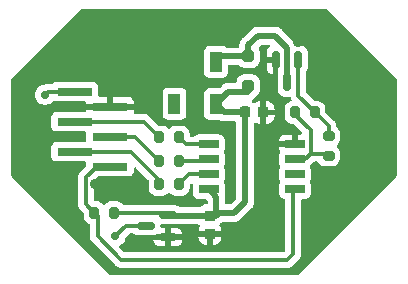
<source format=gbr>
%TF.GenerationSoftware,KiCad,Pcbnew,(7.0.0-0)*%
%TF.CreationDate,2023-10-06T17:45:21+02:00*%
%TF.ProjectId,annoying_little_shit,616e6e6f-7969-46e6-975f-6c6974746c65,rev?*%
%TF.SameCoordinates,Original*%
%TF.FileFunction,Copper,L1,Top*%
%TF.FilePolarity,Positive*%
%FSLAX46Y46*%
G04 Gerber Fmt 4.6, Leading zero omitted, Abs format (unit mm)*
G04 Created by KiCad (PCBNEW (7.0.0-0)) date 2023-10-06 17:45:21*
%MOMM*%
%LPD*%
G01*
G04 APERTURE LIST*
G04 Aperture macros list*
%AMRoundRect*
0 Rectangle with rounded corners*
0 $1 Rounding radius*
0 $2 $3 $4 $5 $6 $7 $8 $9 X,Y pos of 4 corners*
0 Add a 4 corners polygon primitive as box body*
4,1,4,$2,$3,$4,$5,$6,$7,$8,$9,$2,$3,0*
0 Add four circle primitives for the rounded corners*
1,1,$1+$1,$2,$3*
1,1,$1+$1,$4,$5*
1,1,$1+$1,$6,$7*
1,1,$1+$1,$8,$9*
0 Add four rect primitives between the rounded corners*
20,1,$1+$1,$2,$3,$4,$5,0*
20,1,$1+$1,$4,$5,$6,$7,0*
20,1,$1+$1,$6,$7,$8,$9,0*
20,1,$1+$1,$8,$9,$2,$3,0*%
G04 Aperture macros list end*
%TA.AperFunction,SMDPad,CuDef*%
%ADD10RoundRect,0.200000X-0.200000X-0.275000X0.200000X-0.275000X0.200000X0.275000X-0.200000X0.275000X0*%
%TD*%
%TA.AperFunction,SMDPad,CuDef*%
%ADD11RoundRect,0.200000X0.275000X-0.200000X0.275000X0.200000X-0.275000X0.200000X-0.275000X-0.200000X0*%
%TD*%
%TA.AperFunction,SMDPad,CuDef*%
%ADD12RoundRect,0.225000X-0.225000X-0.250000X0.225000X-0.250000X0.225000X0.250000X-0.225000X0.250000X0*%
%TD*%
%TA.AperFunction,SMDPad,CuDef*%
%ADD13R,1.700000X0.650000*%
%TD*%
%TA.AperFunction,SMDPad,CuDef*%
%ADD14R,1.000000X1.700000*%
%TD*%
%TA.AperFunction,SMDPad,CuDef*%
%ADD15R,3.000000X0.650000*%
%TD*%
%TA.AperFunction,SMDPad,CuDef*%
%ADD16RoundRect,0.150000X0.587500X0.150000X-0.587500X0.150000X-0.587500X-0.150000X0.587500X-0.150000X0*%
%TD*%
%TA.AperFunction,SMDPad,CuDef*%
%ADD17RoundRect,0.150000X-0.150000X0.587500X-0.150000X-0.587500X0.150000X-0.587500X0.150000X0.587500X0*%
%TD*%
%TA.AperFunction,SMDPad,CuDef*%
%ADD18RoundRect,0.250000X0.250000X-0.250000X0.250000X0.250000X-0.250000X0.250000X-0.250000X-0.250000X0*%
%TD*%
%TA.AperFunction,SMDPad,CuDef*%
%ADD19RoundRect,0.225000X-0.250000X0.225000X-0.250000X-0.225000X0.250000X-0.225000X0.250000X0.225000X0*%
%TD*%
%TA.AperFunction,ViaPad*%
%ADD20C,0.700000*%
%TD*%
%TA.AperFunction,ViaPad*%
%ADD21C,0.900000*%
%TD*%
%TA.AperFunction,Conductor*%
%ADD22C,0.300000*%
%TD*%
%TA.AperFunction,Conductor*%
%ADD23C,0.500000*%
%TD*%
G04 APERTURE END LIST*
D10*
%TO.P,R6,1*%
%TO.N,Net-(U1-PB4)*%
X138725000Y-60500000D03*
%TO.P,R6,2*%
%TO.N,Net-(Q2-B)*%
X140375000Y-60500000D03*
%TD*%
D11*
%TO.P,R5,1*%
%TO.N,Net-(U1-PB4)*%
X141550000Y-64150000D03*
%TO.P,R5,2*%
%TO.N,Net-(Q2-B)*%
X141550000Y-62500000D03*
%TD*%
D12*
%TO.P,C2,1*%
%TO.N,+3V0*%
X134475000Y-60500000D03*
%TO.P,C2,2*%
%TO.N,GND*%
X136025000Y-60500000D03*
%TD*%
D13*
%TO.P,U1,1,~{RESET}/PB5*%
%TO.N,Net-(J1-Pin_6)*%
X138699999Y-66999999D03*
%TO.P,U1,2,PB3*%
%TO.N,unconnected-(U1-PB3-Pad2)*%
X138699999Y-65729999D03*
%TO.P,U1,3,PB4*%
%TO.N,Net-(U1-PB4)*%
X138699999Y-64459999D03*
%TO.P,U1,4,GND*%
%TO.N,GND*%
X138699999Y-63189999D03*
%TO.P,U1,5,PB0/MOSI*%
%TO.N,Net-(U1-PB0{slash}MOSI)*%
X131399999Y-63189999D03*
%TO.P,U1,6,PB1/MISO*%
%TO.N,Net-(U1-PB1{slash}MISO)*%
X131399999Y-64459999D03*
%TO.P,U1,7,PB2/SCK*%
%TO.N,Net-(U1-PB2{slash}SCK)*%
X131399999Y-65729999D03*
%TO.P,U1,8,VCC*%
%TO.N,+3V0*%
X131399999Y-66999999D03*
%TD*%
D10*
%TO.P,R1,1*%
%TO.N,Net-(J1-Pin_3)*%
X127225000Y-62595000D03*
%TO.P,R1,2*%
%TO.N,Net-(U1-PB0{slash}MOSI)*%
X128875000Y-62595000D03*
%TD*%
D14*
%TO.P,BZ1,1,N.C*%
%TO.N,unconnected-(BZ1-N.C-Pad1)*%
X128499999Y-59749999D03*
%TO.P,BZ1,2,+*%
%TO.N,+3V0*%
X131999999Y-59799999D03*
%TO.P,BZ1,3,-*%
%TO.N,Net-(BZ1--)*%
X131999999Y-56199999D03*
%TD*%
D15*
%TO.P,J1,1,Pin_1*%
%TO.N,Net-(BT1-+)*%
X120049999Y-58729999D03*
%TO.P,J1,2,Pin_2*%
%TO.N,GND*%
X123049999Y-59999999D03*
%TO.P,J1,3,Pin_3*%
%TO.N,Net-(J1-Pin_3)*%
X120049999Y-61269999D03*
%TO.P,J1,4,Pin_4*%
%TO.N,Net-(J1-Pin_4)*%
X123049999Y-62539999D03*
%TO.P,J1,5,Pin_5*%
%TO.N,Net-(J1-Pin_5)*%
X120049999Y-63809999D03*
%TO.P,J1,6,Pin_6*%
%TO.N,Net-(J1-Pin_6)*%
X123049999Y-65079999D03*
%TD*%
D10*
%TO.P,R4,1*%
%TO.N,Net-(J1-Pin_6)*%
X121725000Y-69000000D03*
%TO.P,R4,2*%
%TO.N,+3V0*%
X123375000Y-69000000D03*
%TD*%
D16*
%TO.P,Q1,1,G*%
%TO.N,GND*%
X127937500Y-71045000D03*
%TO.P,Q1,2,S*%
%TO.N,+3V0*%
X127937500Y-69145000D03*
%TO.P,Q1,3,D*%
%TO.N,Net-(BT1-+)*%
X126062500Y-70095000D03*
%TD*%
D17*
%TO.P,Q2,1,B*%
%TO.N,Net-(Q2-B)*%
X139000000Y-56062500D03*
%TO.P,Q2,2,E*%
%TO.N,GND*%
X137100000Y-56062500D03*
%TO.P,Q2,3,C*%
%TO.N,Net-(BZ1--)*%
X138050000Y-57937500D03*
%TD*%
D10*
%TO.P,R3,1*%
%TO.N,Net-(J1-Pin_5)*%
X127225000Y-66595000D03*
%TO.P,R3,2*%
%TO.N,Net-(U1-PB2{slash}SCK)*%
X128875000Y-66595000D03*
%TD*%
D18*
%TO.P,D1,1,K*%
%TO.N,+3V0*%
X134750000Y-58250000D03*
%TO.P,D1,2,A*%
%TO.N,Net-(BZ1--)*%
X134750000Y-55750000D03*
%TD*%
D19*
%TO.P,C1,1*%
%TO.N,+3V0*%
X131500000Y-69225000D03*
%TO.P,C1,2*%
%TO.N,GND*%
X131500000Y-70775000D03*
%TD*%
D10*
%TO.P,R2,1*%
%TO.N,Net-(J1-Pin_4)*%
X127225000Y-64605000D03*
%TO.P,R2,2*%
%TO.N,Net-(U1-PB1{slash}MISO)*%
X128875000Y-64605000D03*
%TD*%
D20*
%TO.N,Net-(BT1-+)*%
X123500000Y-71000000D03*
X117550000Y-59000000D03*
D21*
%TO.N,GND*%
X139000000Y-54500000D03*
X123000000Y-54500000D03*
X135500000Y-71500000D03*
X140500000Y-66500000D03*
X133500000Y-52500000D03*
X128000000Y-52500000D03*
X126000000Y-71500000D03*
X121799500Y-66565332D03*
%TD*%
D22*
%TO.N,Net-(BT1-+)*%
X117820000Y-58730000D02*
X120550000Y-58730000D01*
X123500000Y-71000000D02*
X124405000Y-70095000D01*
X124405000Y-70095000D02*
X126612500Y-70095000D01*
X117820000Y-58730000D02*
X117550000Y-59000000D01*
%TO.N,Net-(J1-Pin_3)*%
X125900000Y-61270000D02*
X120050000Y-61270000D01*
X127225000Y-62595000D02*
X125900000Y-61270000D01*
%TO.N,Net-(U1-PB0{slash}MOSI)*%
X129470000Y-63190000D02*
X131400000Y-63190000D01*
X128875000Y-62595000D02*
X129470000Y-63190000D01*
%TO.N,Net-(J1-Pin_4)*%
X127225000Y-64605000D02*
X125160000Y-62540000D01*
X125160000Y-62540000D02*
X123050000Y-62540000D01*
%TO.N,Net-(U1-PB1{slash}MISO)*%
X128875000Y-64605000D02*
X131255000Y-64605000D01*
X131255000Y-64605000D02*
X131400000Y-64460000D01*
%TO.N,Net-(J1-Pin_5)*%
X124805000Y-63810000D02*
X127225000Y-66230000D01*
X127225000Y-66230000D02*
X127225000Y-66595000D01*
X120550000Y-63810000D02*
X124805000Y-63810000D01*
%TO.N,Net-(U1-PB2{slash}SCK)*%
X129740000Y-65730000D02*
X131400000Y-65730000D01*
X128875000Y-66595000D02*
X129740000Y-65730000D01*
%TO.N,Net-(U1-PB4)*%
X140050000Y-64000000D02*
X141400000Y-64000000D01*
X139590000Y-64460000D02*
X138700000Y-64460000D01*
X141400000Y-64000000D02*
X141550000Y-64150000D01*
X140050000Y-64000000D02*
X139590000Y-64460000D01*
X138725000Y-60500000D02*
X138725000Y-60675000D01*
X140050000Y-62000000D02*
X140050000Y-64000000D01*
X138725000Y-60675000D02*
X140050000Y-62000000D01*
D23*
%TO.N,Net-(BZ1--)*%
X137050000Y-54000000D02*
X138050000Y-55000000D01*
X135550000Y-54000000D02*
X137050000Y-54000000D01*
X134750000Y-54800000D02*
X135550000Y-54000000D01*
X132450000Y-55750000D02*
X134750000Y-55750000D01*
X134750000Y-55750000D02*
X134750000Y-54800000D01*
X132000000Y-56200000D02*
X132450000Y-55750000D01*
X138050000Y-55000000D02*
X138050000Y-57937500D01*
D22*
%TO.N,Net-(J1-Pin_6)*%
X122000000Y-69275000D02*
X122000000Y-71000000D01*
X124000000Y-73000000D02*
X138050000Y-73000000D01*
X138550000Y-72500000D02*
X138550000Y-67150000D01*
X123050000Y-65080000D02*
X121920000Y-65080000D01*
X121000000Y-66000000D02*
X121000000Y-68275000D01*
X138550000Y-67150000D02*
X138700000Y-67000000D01*
X122000000Y-71000000D02*
X124000000Y-73000000D01*
X121725000Y-69000000D02*
X122000000Y-69275000D01*
X138050000Y-73000000D02*
X138550000Y-72500000D01*
X121920000Y-65080000D02*
X121000000Y-66000000D01*
X121000000Y-68275000D02*
X121725000Y-69000000D01*
D23*
%TO.N,+3V0*%
X133050000Y-58750000D02*
X134750000Y-58750000D01*
X132275000Y-69000000D02*
X132050000Y-69225000D01*
X134475000Y-68075000D02*
X133550000Y-69000000D01*
X132700000Y-60500000D02*
X132000000Y-59800000D01*
X134475000Y-60500000D02*
X134475000Y-68075000D01*
X132050000Y-69225000D02*
X128567500Y-69225000D01*
D22*
X123375000Y-69000000D02*
X128342500Y-69000000D01*
D23*
X133550000Y-69000000D02*
X132275000Y-69000000D01*
D22*
X128342500Y-69000000D02*
X128487500Y-69145000D01*
D23*
X132050000Y-69225000D02*
X132050000Y-67650000D01*
X128567500Y-69225000D02*
X128487500Y-69145000D01*
X134475000Y-60500000D02*
X132700000Y-60500000D01*
X132050000Y-67650000D02*
X131400000Y-67000000D01*
X132000000Y-59800000D02*
X133050000Y-58750000D01*
D22*
%TO.N,Net-(Q2-B)*%
X140375000Y-60500000D02*
X139000000Y-59125000D01*
X141550000Y-62500000D02*
X141550000Y-61675000D01*
X139000000Y-59125000D02*
X139000000Y-56062500D01*
X141550000Y-61675000D02*
X140375000Y-60500000D01*
%TD*%
%TA.AperFunction,Conductor*%
%TO.N,GND*%
G36*
X125212817Y-65156876D02*
G01*
X125262180Y-65187126D01*
X126288181Y-66213126D01*
X126315061Y-66253354D01*
X126324500Y-66300807D01*
X126324500Y-66926616D01*
X126330914Y-66997196D01*
X126332862Y-67003448D01*
X126332864Y-67003457D01*
X126372452Y-67130500D01*
X126381522Y-67159606D01*
X126469528Y-67305185D01*
X126589815Y-67425472D01*
X126735394Y-67513478D01*
X126854859Y-67550704D01*
X126891542Y-67562135D01*
X126891544Y-67562135D01*
X126897804Y-67564086D01*
X126968384Y-67570500D01*
X127478797Y-67570500D01*
X127481616Y-67570500D01*
X127552196Y-67564086D01*
X127714606Y-67513478D01*
X127860185Y-67425472D01*
X127962319Y-67323338D01*
X128017906Y-67291244D01*
X128082094Y-67291244D01*
X128137681Y-67323338D01*
X128239815Y-67425472D01*
X128385394Y-67513478D01*
X128504859Y-67550704D01*
X128541542Y-67562135D01*
X128541544Y-67562135D01*
X128547804Y-67564086D01*
X128618384Y-67570500D01*
X129128797Y-67570500D01*
X129131616Y-67570500D01*
X129202196Y-67564086D01*
X129364606Y-67513478D01*
X129510185Y-67425472D01*
X129630472Y-67305185D01*
X129718478Y-67159606D01*
X129769086Y-66997196D01*
X129775500Y-66926616D01*
X129775500Y-66665807D01*
X129784938Y-66618355D01*
X129811814Y-66578130D01*
X129837822Y-66552122D01*
X129887180Y-66521876D01*
X129944896Y-66517332D01*
X129998385Y-66539487D01*
X130035985Y-66583511D01*
X130049500Y-66639806D01*
X130049500Y-67369560D01*
X130049500Y-67369578D01*
X130049501Y-67372872D01*
X130049853Y-67376150D01*
X130049854Y-67376161D01*
X130055079Y-67424768D01*
X130055080Y-67424773D01*
X130055909Y-67432483D01*
X130058619Y-67439749D01*
X130058620Y-67439753D01*
X130092217Y-67529831D01*
X130106204Y-67567331D01*
X130111518Y-67574430D01*
X130111519Y-67574431D01*
X130147601Y-67622631D01*
X130192454Y-67682546D01*
X130307669Y-67768796D01*
X130442517Y-67819091D01*
X130502127Y-67825500D01*
X131112769Y-67825499D01*
X131160222Y-67834938D01*
X131200450Y-67861818D01*
X131263181Y-67924549D01*
X131290061Y-67964777D01*
X131299500Y-68012230D01*
X131299500Y-68152528D01*
X131284929Y-68210849D01*
X131244639Y-68255464D01*
X131188100Y-68275885D01*
X131170724Y-68277660D01*
X131109028Y-68283962D01*
X131109019Y-68283963D01*
X131102292Y-68284651D01*
X131095870Y-68286778D01*
X131095865Y-68286780D01*
X130948158Y-68335725D01*
X130948154Y-68335726D01*
X130941303Y-68337997D01*
X130935159Y-68341786D01*
X130935154Y-68341789D01*
X130803107Y-68423237D01*
X130803101Y-68423241D01*
X130796956Y-68427032D01*
X130791849Y-68432138D01*
X130791845Y-68432142D01*
X130785807Y-68438181D01*
X130745579Y-68465061D01*
X130698126Y-68474500D01*
X128956697Y-68474500D01*
X128893576Y-68457232D01*
X128861362Y-68438181D01*
X128848065Y-68430317D01*
X128792113Y-68397227D01*
X128792111Y-68397226D01*
X128785398Y-68393256D01*
X128731404Y-68377569D01*
X128633657Y-68349170D01*
X128633650Y-68349168D01*
X128627569Y-68347402D01*
X128621258Y-68346905D01*
X128621251Y-68346904D01*
X128593128Y-68344691D01*
X128593114Y-68344690D01*
X128590694Y-68344500D01*
X127284306Y-68344500D01*
X127281886Y-68344690D01*
X127281871Y-68344691D01*
X127253745Y-68346905D01*
X127253744Y-68346905D01*
X127247431Y-68347402D01*
X127245601Y-68347933D01*
X127228307Y-68349500D01*
X124236460Y-68349500D01*
X124182178Y-68336988D01*
X124138851Y-68301975D01*
X124134350Y-68296231D01*
X124130472Y-68289815D01*
X124010185Y-68169528D01*
X123950814Y-68133637D01*
X123871021Y-68085400D01*
X123871020Y-68085399D01*
X123864606Y-68081522D01*
X123814373Y-68065869D01*
X123708457Y-68032864D01*
X123708448Y-68032862D01*
X123702196Y-68030914D01*
X123695662Y-68030320D01*
X123695661Y-68030320D01*
X123634425Y-68024755D01*
X123634419Y-68024754D01*
X123631616Y-68024500D01*
X123118384Y-68024500D01*
X123115581Y-68024754D01*
X123115574Y-68024755D01*
X123054338Y-68030320D01*
X123054335Y-68030320D01*
X123047804Y-68030914D01*
X123041553Y-68032861D01*
X123041542Y-68032864D01*
X122892550Y-68079292D01*
X122885394Y-68081522D01*
X122878982Y-68085398D01*
X122878978Y-68085400D01*
X122746232Y-68165648D01*
X122746227Y-68165651D01*
X122739815Y-68169528D01*
X122734515Y-68174827D01*
X122734511Y-68174831D01*
X122637681Y-68271662D01*
X122582094Y-68303756D01*
X122517906Y-68303756D01*
X122462319Y-68271662D01*
X122365488Y-68174831D01*
X122365487Y-68174830D01*
X122360185Y-68169528D01*
X122300814Y-68133637D01*
X122221021Y-68085400D01*
X122221020Y-68085399D01*
X122214606Y-68081522D01*
X122164373Y-68065869D01*
X122058457Y-68032864D01*
X122058448Y-68032862D01*
X122052196Y-68030914D01*
X122045662Y-68030320D01*
X122045661Y-68030320D01*
X121984425Y-68024755D01*
X121984419Y-68024754D01*
X121981616Y-68024500D01*
X121978797Y-68024500D01*
X121774500Y-68024500D01*
X121712500Y-68007887D01*
X121667113Y-67962500D01*
X121650500Y-67900500D01*
X121650500Y-66320808D01*
X121659939Y-66273355D01*
X121686819Y-66233127D01*
X121978127Y-65941818D01*
X122018355Y-65914938D01*
X122065808Y-65905499D01*
X124594561Y-65905499D01*
X124597872Y-65905499D01*
X124657483Y-65899091D01*
X124792331Y-65848796D01*
X124907546Y-65762546D01*
X124993796Y-65647331D01*
X125044091Y-65512483D01*
X125050500Y-65452873D01*
X125050499Y-65274805D01*
X125064014Y-65218513D01*
X125101613Y-65174489D01*
X125155101Y-65152334D01*
X125212817Y-65156876D01*
G37*
%TD.AperFunction*%
%TA.AperFunction,Conductor*%
G36*
X141413042Y-51709939D02*
G01*
X141453270Y-51736819D01*
X147263181Y-57546731D01*
X147290061Y-57586959D01*
X147299500Y-57634412D01*
X147299500Y-65865588D01*
X147290061Y-65913041D01*
X147263181Y-65953269D01*
X138953270Y-74263181D01*
X138913042Y-74290061D01*
X138865589Y-74299500D01*
X131022590Y-74299500D01*
X123134412Y-74299500D01*
X123086959Y-74290061D01*
X123046731Y-74263181D01*
X114736819Y-65953270D01*
X114709939Y-65913042D01*
X114700500Y-65865589D01*
X114700500Y-64179578D01*
X118049500Y-64179578D01*
X118049501Y-64182872D01*
X118049853Y-64186150D01*
X118049854Y-64186161D01*
X118055079Y-64234768D01*
X118055080Y-64234773D01*
X118055909Y-64242483D01*
X118058619Y-64249749D01*
X118058620Y-64249753D01*
X118092217Y-64339831D01*
X118106204Y-64377331D01*
X118111518Y-64384430D01*
X118111519Y-64384431D01*
X118130229Y-64409425D01*
X118192454Y-64492546D01*
X118307669Y-64578796D01*
X118442517Y-64629091D01*
X118502127Y-64635500D01*
X120925500Y-64635499D01*
X120987500Y-64652112D01*
X121032887Y-64697499D01*
X121049500Y-64759499D01*
X121049500Y-64979191D01*
X121040061Y-65026644D01*
X121013181Y-65066872D01*
X120597354Y-65482698D01*
X120588719Y-65490556D01*
X120588639Y-65490621D01*
X120582060Y-65494798D01*
X120576727Y-65500476D01*
X120576722Y-65500481D01*
X120534132Y-65545834D01*
X120531428Y-65548625D01*
X120511089Y-65568965D01*
X120508712Y-65572028D01*
X120508688Y-65572056D01*
X120508363Y-65572476D01*
X120500807Y-65581321D01*
X120474892Y-65608919D01*
X120474887Y-65608924D01*
X120469552Y-65614607D01*
X120465797Y-65621436D01*
X120465789Y-65621448D01*
X120459321Y-65633213D01*
X120448647Y-65649464D01*
X120444795Y-65654431D01*
X120435638Y-65666236D01*
X120432541Y-65673391D01*
X120432540Y-65673394D01*
X120417506Y-65708133D01*
X120412370Y-65718616D01*
X120394130Y-65751796D01*
X120394127Y-65751802D01*
X120390373Y-65758632D01*
X120388434Y-65766180D01*
X120388431Y-65766190D01*
X120385089Y-65779204D01*
X120378792Y-65797596D01*
X120373464Y-65809910D01*
X120373462Y-65809916D01*
X120370365Y-65817074D01*
X120369145Y-65824772D01*
X120369144Y-65824778D01*
X120363223Y-65862162D01*
X120360855Y-65873593D01*
X120349500Y-65917823D01*
X120349500Y-65925625D01*
X120349500Y-65939046D01*
X120347973Y-65958445D01*
X120345873Y-65971697D01*
X120345872Y-65971704D01*
X120344653Y-65979405D01*
X120345387Y-65987170D01*
X120345387Y-65987172D01*
X120348950Y-66024860D01*
X120349500Y-66036530D01*
X120349500Y-68193927D01*
X120348950Y-68205596D01*
X120348941Y-68205682D01*
X120347240Y-68213296D01*
X120347485Y-68221092D01*
X120347485Y-68221093D01*
X120349439Y-68283262D01*
X120349500Y-68287157D01*
X120349500Y-68315925D01*
X120349987Y-68319785D01*
X120349989Y-68319808D01*
X120350054Y-68320320D01*
X120350968Y-68331941D01*
X120352157Y-68369775D01*
X120352158Y-68369782D01*
X120352403Y-68377569D01*
X120354577Y-68385055D01*
X120354578Y-68385056D01*
X120358323Y-68397947D01*
X120362268Y-68416997D01*
X120363950Y-68430317D01*
X120363951Y-68430324D01*
X120364929Y-68438058D01*
X120367800Y-68445309D01*
X120367802Y-68445317D01*
X120381737Y-68480515D01*
X120385520Y-68491562D01*
X120398256Y-68535398D01*
X120402225Y-68542109D01*
X120402228Y-68542116D01*
X120409062Y-68553672D01*
X120417620Y-68571141D01*
X120420073Y-68577335D01*
X120425432Y-68590871D01*
X120430016Y-68597180D01*
X120452267Y-68627808D01*
X120458677Y-68637567D01*
X120474615Y-68664516D01*
X120481919Y-68676865D01*
X120496921Y-68691866D01*
X120509561Y-68706665D01*
X120522037Y-68723837D01*
X120528046Y-68728808D01*
X120528048Y-68728810D01*
X120557214Y-68752937D01*
X120565856Y-68760801D01*
X120788181Y-68983127D01*
X120815061Y-69023355D01*
X120824500Y-69070808D01*
X120824500Y-69331616D01*
X120830914Y-69402196D01*
X120832862Y-69408448D01*
X120832864Y-69408457D01*
X120868152Y-69521700D01*
X120881522Y-69564606D01*
X120885399Y-69571020D01*
X120885400Y-69571021D01*
X120954190Y-69684814D01*
X120969528Y-69710185D01*
X121089815Y-69830472D01*
X121235394Y-69918478D01*
X121255991Y-69924896D01*
X121262389Y-69926890D01*
X121307727Y-69952460D01*
X121338575Y-69994384D01*
X121349500Y-70045276D01*
X121349500Y-70918927D01*
X121348950Y-70930596D01*
X121348941Y-70930682D01*
X121347240Y-70938296D01*
X121347485Y-70946092D01*
X121347485Y-70946093D01*
X121349439Y-71008262D01*
X121349500Y-71012157D01*
X121349500Y-71040925D01*
X121349987Y-71044785D01*
X121349989Y-71044808D01*
X121350054Y-71045320D01*
X121350968Y-71056941D01*
X121352157Y-71094775D01*
X121352158Y-71094782D01*
X121352403Y-71102569D01*
X121354577Y-71110055D01*
X121354578Y-71110056D01*
X121358323Y-71122947D01*
X121362268Y-71141997D01*
X121363950Y-71155317D01*
X121363951Y-71155324D01*
X121364929Y-71163058D01*
X121367800Y-71170309D01*
X121367802Y-71170317D01*
X121381737Y-71205515D01*
X121385520Y-71216562D01*
X121398256Y-71260398D01*
X121402225Y-71267109D01*
X121402228Y-71267116D01*
X121409062Y-71278672D01*
X121417620Y-71296141D01*
X121421435Y-71305776D01*
X121425432Y-71315871D01*
X121430016Y-71322180D01*
X121452267Y-71352808D01*
X121458677Y-71362567D01*
X121477945Y-71395146D01*
X121481919Y-71401865D01*
X121487437Y-71407383D01*
X121487438Y-71407384D01*
X121496926Y-71416872D01*
X121509563Y-71431668D01*
X121517449Y-71442523D01*
X121517451Y-71442525D01*
X121522037Y-71448837D01*
X121528047Y-71453808D01*
X121528049Y-71453811D01*
X121557212Y-71477936D01*
X121565853Y-71485799D01*
X123482694Y-73402640D01*
X123490554Y-73411277D01*
X123490619Y-73411356D01*
X123494798Y-73417940D01*
X123500481Y-73423277D01*
X123500483Y-73423279D01*
X123545832Y-73465864D01*
X123548628Y-73468574D01*
X123568965Y-73488911D01*
X123572036Y-73491293D01*
X123572437Y-73491604D01*
X123581323Y-73499192D01*
X123614607Y-73530448D01*
X123621438Y-73534203D01*
X123621439Y-73534204D01*
X123633204Y-73540672D01*
X123649469Y-73551356D01*
X123660069Y-73559579D01*
X123660072Y-73559581D01*
X123666236Y-73564362D01*
X123708128Y-73582490D01*
X123718620Y-73587630D01*
X123758632Y-73609627D01*
X123777526Y-73614478D01*
X123779193Y-73614906D01*
X123797594Y-73621205D01*
X123817074Y-73629635D01*
X123862158Y-73636775D01*
X123873585Y-73639141D01*
X123917823Y-73650500D01*
X123939052Y-73650500D01*
X123958449Y-73652026D01*
X123979405Y-73655346D01*
X124019045Y-73651598D01*
X124024853Y-73651050D01*
X124036522Y-73650500D01*
X137968927Y-73650500D01*
X137980596Y-73651050D01*
X137980681Y-73651058D01*
X137988296Y-73652760D01*
X138058262Y-73650560D01*
X138062157Y-73650500D01*
X138087025Y-73650500D01*
X138090925Y-73650500D01*
X138095294Y-73649947D01*
X138106939Y-73649030D01*
X138152569Y-73647597D01*
X138172951Y-73641674D01*
X138191991Y-73637731D01*
X138213058Y-73635071D01*
X138230306Y-73628241D01*
X138255508Y-73618264D01*
X138266557Y-73614480D01*
X138310398Y-73601744D01*
X138328660Y-73590942D01*
X138346136Y-73582380D01*
X138365871Y-73574568D01*
X138402816Y-73547725D01*
X138412558Y-73541326D01*
X138451865Y-73518081D01*
X138466872Y-73503073D01*
X138481660Y-73490441D01*
X138498837Y-73477963D01*
X138527948Y-73442772D01*
X138535791Y-73434153D01*
X138952649Y-73017294D01*
X138961284Y-73009438D01*
X138961349Y-73009383D01*
X138967940Y-73005202D01*
X139015911Y-72954117D01*
X139018560Y-72951384D01*
X139038911Y-72931034D01*
X139041612Y-72927550D01*
X139049194Y-72918674D01*
X139080448Y-72885393D01*
X139090674Y-72866789D01*
X139101356Y-72850530D01*
X139114363Y-72833763D01*
X139132498Y-72791852D01*
X139137633Y-72781373D01*
X139159627Y-72741368D01*
X139164903Y-72720817D01*
X139171211Y-72702393D01*
X139176537Y-72690086D01*
X139179636Y-72682926D01*
X139186778Y-72637824D01*
X139189148Y-72626387D01*
X139198559Y-72589735D01*
X139200500Y-72582177D01*
X139200500Y-72560954D01*
X139202027Y-72541556D01*
X139204126Y-72528303D01*
X139205347Y-72520595D01*
X139201050Y-72475140D01*
X139200500Y-72463470D01*
X139200500Y-67949499D01*
X139217113Y-67887499D01*
X139262500Y-67842112D01*
X139324500Y-67825499D01*
X139594561Y-67825499D01*
X139597872Y-67825499D01*
X139657483Y-67819091D01*
X139792331Y-67768796D01*
X139907546Y-67682546D01*
X139993796Y-67567331D01*
X140044091Y-67432483D01*
X140050500Y-67372873D01*
X140050499Y-66627128D01*
X140044091Y-66567517D01*
X139993796Y-66432669D01*
X139988482Y-66425570D01*
X139987857Y-66424426D01*
X139972689Y-66364997D01*
X139987859Y-66305568D01*
X139988477Y-66304435D01*
X139993796Y-66297331D01*
X140044091Y-66162483D01*
X140050500Y-66102873D01*
X140050499Y-65357128D01*
X140044091Y-65297517D01*
X140031172Y-65262880D01*
X139996895Y-65170977D01*
X139996893Y-65170975D01*
X139993796Y-65162669D01*
X139988482Y-65155570D01*
X139987857Y-65154426D01*
X139972689Y-65094998D01*
X139987858Y-65035570D01*
X139988477Y-65034435D01*
X139993796Y-65027331D01*
X140011444Y-64980010D01*
X140039207Y-64938271D01*
X140038836Y-64937964D01*
X140038837Y-64937963D01*
X140067947Y-64902772D01*
X140075780Y-64894164D01*
X140283129Y-64686816D01*
X140323356Y-64659939D01*
X140370808Y-64650500D01*
X140568172Y-64650500D01*
X140629088Y-64666494D01*
X140674289Y-64710350D01*
X140715648Y-64778768D01*
X140715651Y-64778772D01*
X140719528Y-64785185D01*
X140839815Y-64905472D01*
X140985394Y-64993478D01*
X141104374Y-65030553D01*
X141141542Y-65042135D01*
X141141544Y-65042135D01*
X141147804Y-65044086D01*
X141218384Y-65050500D01*
X141878797Y-65050500D01*
X141881616Y-65050500D01*
X141952196Y-65044086D01*
X142114606Y-64993478D01*
X142260185Y-64905472D01*
X142380472Y-64785185D01*
X142468478Y-64639606D01*
X142519086Y-64477196D01*
X142525500Y-64406616D01*
X142525500Y-63893384D01*
X142519086Y-63822804D01*
X142468478Y-63660394D01*
X142380472Y-63514815D01*
X142278338Y-63412681D01*
X142246244Y-63357094D01*
X142246244Y-63292906D01*
X142278338Y-63237319D01*
X142325485Y-63190172D01*
X142380472Y-63135185D01*
X142468478Y-62989606D01*
X142519086Y-62827196D01*
X142525500Y-62756616D01*
X142525500Y-62243384D01*
X142519086Y-62172804D01*
X142513014Y-62153319D01*
X142498742Y-62107517D01*
X142468478Y-62010394D01*
X142380472Y-61864815D01*
X142260185Y-61744528D01*
X142253769Y-61740649D01*
X142248025Y-61736149D01*
X142213012Y-61692822D01*
X142201259Y-61641834D01*
X142200745Y-61641867D01*
X142200548Y-61638751D01*
X142200500Y-61638540D01*
X142200500Y-61637976D01*
X142200500Y-61634075D01*
X142199948Y-61629709D01*
X142199030Y-61618055D01*
X142198779Y-61610061D01*
X142197597Y-61572431D01*
X142191673Y-61552043D01*
X142187732Y-61533009D01*
X142185071Y-61511942D01*
X142168263Y-61469491D01*
X142164480Y-61458441D01*
X142153921Y-61422095D01*
X142153920Y-61422093D01*
X142151744Y-61414602D01*
X142140940Y-61396334D01*
X142132378Y-61378856D01*
X142127439Y-61366381D01*
X142124568Y-61359129D01*
X142097737Y-61322198D01*
X142091324Y-61312436D01*
X142072052Y-61279849D01*
X142072050Y-61279847D01*
X142068081Y-61273135D01*
X142053074Y-61258127D01*
X142040436Y-61243331D01*
X142032545Y-61232470D01*
X142027963Y-61226163D01*
X142017196Y-61217256D01*
X141992780Y-61197057D01*
X141984140Y-61189194D01*
X141311819Y-60516873D01*
X141284939Y-60476645D01*
X141275500Y-60429192D01*
X141275500Y-60171203D01*
X141275500Y-60168384D01*
X141269086Y-60097804D01*
X141218478Y-59935394D01*
X141130472Y-59789815D01*
X141010185Y-59669528D01*
X140999085Y-59662818D01*
X140871021Y-59585400D01*
X140871020Y-59585399D01*
X140864606Y-59581522D01*
X140834408Y-59572112D01*
X140708457Y-59532864D01*
X140708448Y-59532862D01*
X140702196Y-59530914D01*
X140695662Y-59530320D01*
X140695661Y-59530320D01*
X140634425Y-59524755D01*
X140634419Y-59524754D01*
X140631616Y-59524500D01*
X140628797Y-59524500D01*
X140370808Y-59524500D01*
X140323355Y-59515061D01*
X140283127Y-59488181D01*
X139686819Y-58891873D01*
X139659939Y-58851645D01*
X139650500Y-58804192D01*
X139650500Y-57115390D01*
X139657174Y-57075258D01*
X139669371Y-57052628D01*
X139668081Y-57051865D01*
X139672237Y-57044838D01*
X139751744Y-56910398D01*
X139797598Y-56752569D01*
X139800500Y-56715694D01*
X139800500Y-55409306D01*
X139797598Y-55372431D01*
X139751744Y-55214602D01*
X139668081Y-55073135D01*
X139551865Y-54956919D01*
X139545151Y-54952948D01*
X139545148Y-54952946D01*
X139417113Y-54877227D01*
X139417111Y-54877226D01*
X139410398Y-54873256D01*
X139402905Y-54871079D01*
X139258657Y-54829170D01*
X139258650Y-54829168D01*
X139252569Y-54827402D01*
X139246258Y-54826905D01*
X139246251Y-54826904D01*
X139218128Y-54824691D01*
X139218114Y-54824690D01*
X139215694Y-54824500D01*
X139213249Y-54824500D01*
X138872017Y-54824500D01*
X138821802Y-54813877D01*
X138780190Y-54783829D01*
X138754311Y-54739504D01*
X138752535Y-54734144D01*
X138734814Y-54680666D01*
X138731019Y-54674513D01*
X138729564Y-54671393D01*
X138729430Y-54671069D01*
X138729259Y-54670763D01*
X138727710Y-54667680D01*
X138725237Y-54660883D01*
X138684001Y-54598188D01*
X138682086Y-54595181D01*
X138646504Y-54537492D01*
X138646501Y-54537489D01*
X138642712Y-54531345D01*
X138637605Y-54526238D01*
X138635463Y-54523529D01*
X138635257Y-54523244D01*
X138635027Y-54522993D01*
X138632796Y-54520335D01*
X138628830Y-54514304D01*
X138574273Y-54462832D01*
X138571686Y-54460319D01*
X137625729Y-53514361D01*
X137613947Y-53500727D01*
X137603925Y-53487265D01*
X137603921Y-53487261D01*
X137599610Y-53481470D01*
X137592763Y-53475725D01*
X137561666Y-53449631D01*
X137553691Y-53442323D01*
X137552329Y-53440961D01*
X137552328Y-53440960D01*
X137549777Y-53438409D01*
X137546953Y-53436176D01*
X137546944Y-53436168D01*
X137525445Y-53419170D01*
X137522674Y-53416913D01*
X137465214Y-53368698D01*
X137458760Y-53365456D01*
X137455859Y-53363548D01*
X137455588Y-53363352D01*
X137455292Y-53363187D01*
X137452339Y-53361366D01*
X137446677Y-53356889D01*
X137440134Y-53353838D01*
X137440131Y-53353836D01*
X137378692Y-53325186D01*
X137375446Y-53323615D01*
X137370205Y-53320983D01*
X137308433Y-53289960D01*
X137301409Y-53288295D01*
X137298151Y-53287109D01*
X137297832Y-53286977D01*
X137297504Y-53286884D01*
X137294218Y-53285795D01*
X137287673Y-53282743D01*
X137280604Y-53281283D01*
X137280600Y-53281282D01*
X137214212Y-53267574D01*
X137210691Y-53266794D01*
X137144741Y-53251163D01*
X137144734Y-53251162D01*
X137137721Y-53249500D01*
X137130510Y-53249500D01*
X137127061Y-53249097D01*
X137126727Y-53249043D01*
X137126374Y-53249028D01*
X137122929Y-53248726D01*
X137115856Y-53247266D01*
X137108638Y-53247476D01*
X137040870Y-53249448D01*
X137037263Y-53249500D01*
X135613707Y-53249500D01*
X135595736Y-53248191D01*
X135579126Y-53245758D01*
X135579124Y-53245757D01*
X135571977Y-53244711D01*
X135564784Y-53245340D01*
X135564778Y-53245340D01*
X135522631Y-53249028D01*
X135511824Y-53249500D01*
X135506291Y-53249500D01*
X135502730Y-53249916D01*
X135502715Y-53249917D01*
X135475501Y-53253098D01*
X135471916Y-53253464D01*
X135404393Y-53259371D01*
X135404385Y-53259372D01*
X135397203Y-53260001D01*
X135390352Y-53262270D01*
X135386935Y-53262976D01*
X135386619Y-53263027D01*
X135386295Y-53263119D01*
X135382913Y-53263920D01*
X135375745Y-53264759D01*
X135368968Y-53267225D01*
X135368957Y-53267228D01*
X135305231Y-53290421D01*
X135301831Y-53291603D01*
X135271863Y-53301533D01*
X135230666Y-53315186D01*
X135224528Y-53318971D01*
X135221367Y-53320445D01*
X135221061Y-53320571D01*
X135220781Y-53320728D01*
X135217659Y-53322296D01*
X135210883Y-53324763D01*
X135204855Y-53328727D01*
X135204854Y-53328728D01*
X135148220Y-53365976D01*
X135145182Y-53367911D01*
X135087492Y-53403495D01*
X135087483Y-53403501D01*
X135081345Y-53407288D01*
X135076243Y-53412389D01*
X135073504Y-53414555D01*
X135073239Y-53414745D01*
X135072995Y-53414970D01*
X135070331Y-53417205D01*
X135064304Y-53421170D01*
X135059355Y-53426414D01*
X135059353Y-53426417D01*
X135012833Y-53475725D01*
X135010321Y-53478310D01*
X134264358Y-54224272D01*
X134250730Y-54236050D01*
X134237263Y-54246076D01*
X134237257Y-54246081D01*
X134231470Y-54250390D01*
X134226832Y-54255916D01*
X134226830Y-54255919D01*
X134199633Y-54288330D01*
X134192350Y-54296280D01*
X134190969Y-54297661D01*
X134190955Y-54297676D01*
X134188409Y-54300223D01*
X134186173Y-54303050D01*
X134186171Y-54303053D01*
X134169176Y-54324546D01*
X134166902Y-54327337D01*
X134123339Y-54379254D01*
X134123335Y-54379258D01*
X134118698Y-54384786D01*
X134115460Y-54391230D01*
X134113537Y-54394155D01*
X134113352Y-54394411D01*
X134113192Y-54394698D01*
X134111363Y-54397663D01*
X134106889Y-54403323D01*
X134103839Y-54409862D01*
X134103838Y-54409865D01*
X134075192Y-54471294D01*
X134073623Y-54474536D01*
X134043196Y-54535122D01*
X134043194Y-54535127D01*
X134039960Y-54541567D01*
X134038296Y-54548584D01*
X134037109Y-54551847D01*
X134036977Y-54552163D01*
X134036888Y-54552480D01*
X134035791Y-54555787D01*
X134032743Y-54562327D01*
X134031284Y-54569390D01*
X134031283Y-54569395D01*
X134017574Y-54635787D01*
X134016794Y-54639306D01*
X134001164Y-54705255D01*
X134001163Y-54705260D01*
X133999500Y-54712279D01*
X133999500Y-54719491D01*
X133999097Y-54722939D01*
X133999043Y-54723273D01*
X133999028Y-54723626D01*
X133998726Y-54727070D01*
X133997266Y-54734144D01*
X133997476Y-54741360D01*
X133997476Y-54741361D01*
X133999448Y-54809130D01*
X133999500Y-54812737D01*
X133999500Y-54875500D01*
X133982887Y-54937500D01*
X133937500Y-54982887D01*
X133875500Y-54999500D01*
X132908230Y-54999500D01*
X132869070Y-54993154D01*
X132833919Y-54974767D01*
X132817448Y-54962437D01*
X132742331Y-54906204D01*
X132607483Y-54855909D01*
X132599770Y-54855079D01*
X132599767Y-54855079D01*
X132551180Y-54849855D01*
X132551169Y-54849854D01*
X132547873Y-54849500D01*
X132544550Y-54849500D01*
X131455439Y-54849500D01*
X131455420Y-54849500D01*
X131452128Y-54849501D01*
X131448850Y-54849853D01*
X131448838Y-54849854D01*
X131400231Y-54855079D01*
X131400225Y-54855080D01*
X131392517Y-54855909D01*
X131385252Y-54858618D01*
X131385246Y-54858620D01*
X131265980Y-54903104D01*
X131265978Y-54903104D01*
X131257669Y-54906204D01*
X131250572Y-54911516D01*
X131250568Y-54911519D01*
X131149550Y-54987141D01*
X131149546Y-54987144D01*
X131142454Y-54992454D01*
X131137144Y-54999546D01*
X131137141Y-54999550D01*
X131061519Y-55100568D01*
X131061516Y-55100572D01*
X131056204Y-55107669D01*
X131053104Y-55115978D01*
X131053104Y-55115980D01*
X131008620Y-55235247D01*
X131008619Y-55235250D01*
X131005909Y-55242517D01*
X131005079Y-55250227D01*
X131005079Y-55250232D01*
X130999855Y-55298819D01*
X130999854Y-55298831D01*
X130999500Y-55302127D01*
X130999500Y-55305448D01*
X130999500Y-55305449D01*
X130999500Y-57094560D01*
X130999500Y-57094578D01*
X130999501Y-57097872D01*
X130999853Y-57101150D01*
X130999854Y-57101161D01*
X131005079Y-57149768D01*
X131005080Y-57149773D01*
X131005909Y-57157483D01*
X131008619Y-57164749D01*
X131008620Y-57164753D01*
X131037186Y-57241342D01*
X131056204Y-57292331D01*
X131061518Y-57299430D01*
X131061519Y-57299431D01*
X131111489Y-57366183D01*
X131142454Y-57407546D01*
X131257669Y-57493796D01*
X131392517Y-57544091D01*
X131452127Y-57550500D01*
X132547872Y-57550499D01*
X132607483Y-57544091D01*
X132742331Y-57493796D01*
X132857546Y-57407546D01*
X132943796Y-57292331D01*
X132994091Y-57157483D01*
X133000500Y-57097873D01*
X133000500Y-56624500D01*
X133017113Y-56562500D01*
X133062500Y-56517113D01*
X133124500Y-56500500D01*
X133887770Y-56500500D01*
X133935223Y-56509939D01*
X133975451Y-56536819D01*
X134031344Y-56592712D01*
X134037485Y-56596500D01*
X134037488Y-56596502D01*
X134082881Y-56624500D01*
X134180666Y-56684814D01*
X134347203Y-56739999D01*
X134449991Y-56750500D01*
X135050008Y-56750499D01*
X135152797Y-56739999D01*
X135233680Y-56713197D01*
X136300000Y-56713197D01*
X136300191Y-56718076D01*
X136302402Y-56746173D01*
X136304668Y-56758579D01*
X136346541Y-56902705D01*
X136352689Y-56916912D01*
X136428344Y-57044838D01*
X136437835Y-57057074D01*
X136542925Y-57162164D01*
X136555161Y-57171655D01*
X136683087Y-57247310D01*
X136697294Y-57253458D01*
X136839223Y-57294692D01*
X136846293Y-57293286D01*
X136850000Y-57280144D01*
X136850000Y-56328826D01*
X136846549Y-56315950D01*
X136833674Y-56312500D01*
X136316326Y-56312500D01*
X136303450Y-56315950D01*
X136300000Y-56328826D01*
X136300000Y-56713197D01*
X135233680Y-56713197D01*
X135319334Y-56684814D01*
X135468656Y-56592712D01*
X135592712Y-56468656D01*
X135684814Y-56319334D01*
X135739999Y-56152797D01*
X135750500Y-56050009D01*
X135750499Y-55449992D01*
X135739999Y-55347203D01*
X135684814Y-55180666D01*
X135639341Y-55106942D01*
X135621586Y-55055048D01*
X135627954Y-55000569D01*
X135657196Y-54954171D01*
X135824552Y-54786815D01*
X135864777Y-54759939D01*
X135912230Y-54750500D01*
X136455899Y-54750500D01*
X136512194Y-54764015D01*
X136556217Y-54801615D01*
X136578372Y-54855102D01*
X136573830Y-54912818D01*
X136543580Y-54962181D01*
X136437835Y-55067925D01*
X136428344Y-55080161D01*
X136352689Y-55208087D01*
X136346541Y-55222294D01*
X136304668Y-55366420D01*
X136302402Y-55378826D01*
X136300191Y-55406923D01*
X136300000Y-55411803D01*
X136300000Y-55796174D01*
X136303450Y-55809049D01*
X136316326Y-55812500D01*
X137175500Y-55812500D01*
X137237500Y-55829113D01*
X137282887Y-55874500D01*
X137299500Y-55936500D01*
X137299500Y-57067674D01*
X137294576Y-57102269D01*
X137254170Y-57241342D01*
X137254168Y-57241351D01*
X137252402Y-57247431D01*
X137251905Y-57253739D01*
X137251904Y-57253748D01*
X137249691Y-57281871D01*
X137249690Y-57281886D01*
X137249500Y-57284306D01*
X137249500Y-58590694D01*
X137249690Y-58593114D01*
X137249691Y-58593128D01*
X137251904Y-58621251D01*
X137251905Y-58621258D01*
X137252402Y-58627569D01*
X137254168Y-58633650D01*
X137254170Y-58633657D01*
X137273610Y-58700568D01*
X137298256Y-58785398D01*
X137302226Y-58792111D01*
X137302227Y-58792113D01*
X137377946Y-58920148D01*
X137377948Y-58920151D01*
X137381919Y-58926865D01*
X137498135Y-59043081D01*
X137639602Y-59126744D01*
X137797431Y-59172598D01*
X137834306Y-59175500D01*
X137836751Y-59175500D01*
X138241389Y-59175500D01*
X138298838Y-59189611D01*
X138343212Y-59228733D01*
X138360284Y-59273208D01*
X138362012Y-59272765D01*
X138363951Y-59280317D01*
X138364929Y-59288058D01*
X138367800Y-59295309D01*
X138367802Y-59295317D01*
X138381737Y-59330515D01*
X138385520Y-59341562D01*
X138387343Y-59347835D01*
X138398256Y-59385398D01*
X138400091Y-59388501D01*
X138408639Y-59454467D01*
X138380106Y-59516655D01*
X138322935Y-59554242D01*
X138242555Y-59579289D01*
X138242543Y-59579294D01*
X138235394Y-59581522D01*
X138228982Y-59585398D01*
X138228978Y-59585400D01*
X138096232Y-59665648D01*
X138096227Y-59665651D01*
X138089815Y-59669528D01*
X138084515Y-59674827D01*
X138084511Y-59674831D01*
X137974831Y-59784511D01*
X137974827Y-59784515D01*
X137969528Y-59789815D01*
X137965651Y-59796227D01*
X137965648Y-59796232D01*
X137885400Y-59928978D01*
X137885398Y-59928982D01*
X137881522Y-59935394D01*
X137879292Y-59942548D01*
X137879292Y-59942550D01*
X137832864Y-60091542D01*
X137832861Y-60091553D01*
X137830914Y-60097804D01*
X137830320Y-60104335D01*
X137830320Y-60104338D01*
X137829885Y-60109132D01*
X137824500Y-60168384D01*
X137824500Y-60831616D01*
X137824754Y-60834419D01*
X137824755Y-60834425D01*
X137830153Y-60893819D01*
X137830914Y-60902196D01*
X137832862Y-60908448D01*
X137832864Y-60908457D01*
X137861530Y-61000449D01*
X137881522Y-61064606D01*
X137885399Y-61071020D01*
X137885400Y-61071021D01*
X137929572Y-61144091D01*
X137969528Y-61210185D01*
X138089815Y-61330472D01*
X138235394Y-61418478D01*
X138354859Y-61455704D01*
X138391542Y-61467135D01*
X138391544Y-61467135D01*
X138397804Y-61469086D01*
X138468384Y-61475500D01*
X138554192Y-61475500D01*
X138601645Y-61484939D01*
X138641873Y-61511819D01*
X139283373Y-62153319D01*
X139313623Y-62202682D01*
X139318165Y-62260398D01*
X139296010Y-62313885D01*
X139251987Y-62351485D01*
X139195692Y-62365000D01*
X138966326Y-62365000D01*
X138953450Y-62368450D01*
X138950000Y-62381326D01*
X138950000Y-63316000D01*
X138933387Y-63378000D01*
X138888000Y-63423387D01*
X138826000Y-63440000D01*
X137366326Y-63440000D01*
X137353450Y-63443450D01*
X137350000Y-63456326D01*
X137350000Y-63559518D01*
X137350353Y-63566114D01*
X137355573Y-63614667D01*
X137359111Y-63629641D01*
X137403547Y-63748779D01*
X137412431Y-63765049D01*
X137427597Y-63824472D01*
X137412431Y-63883896D01*
X137411513Y-63885576D01*
X137406204Y-63892669D01*
X137403107Y-63900971D01*
X137403106Y-63900974D01*
X137358620Y-64020247D01*
X137358619Y-64020250D01*
X137355909Y-64027517D01*
X137355079Y-64035227D01*
X137355079Y-64035232D01*
X137349855Y-64083819D01*
X137349854Y-64083831D01*
X137349500Y-64087127D01*
X137349500Y-64090448D01*
X137349500Y-64090449D01*
X137349500Y-64829560D01*
X137349500Y-64829578D01*
X137349501Y-64832872D01*
X137349853Y-64836150D01*
X137349854Y-64836161D01*
X137355079Y-64884768D01*
X137355080Y-64884773D01*
X137355909Y-64892483D01*
X137358619Y-64899749D01*
X137358620Y-64899753D01*
X137394409Y-64995707D01*
X137406204Y-65027331D01*
X137411516Y-65034427D01*
X137412143Y-65035575D01*
X137427310Y-65095000D01*
X137412143Y-65154425D01*
X137411516Y-65155572D01*
X137406204Y-65162669D01*
X137403107Y-65170971D01*
X137403105Y-65170976D01*
X137358620Y-65290247D01*
X137358619Y-65290250D01*
X137355909Y-65297517D01*
X137355079Y-65305227D01*
X137355079Y-65305232D01*
X137349855Y-65353819D01*
X137349854Y-65353831D01*
X137349500Y-65357127D01*
X137349500Y-65360448D01*
X137349500Y-65360449D01*
X137349500Y-66099560D01*
X137349500Y-66099578D01*
X137349501Y-66102872D01*
X137349853Y-66106150D01*
X137349854Y-66106161D01*
X137355079Y-66154768D01*
X137355080Y-66154773D01*
X137355909Y-66162483D01*
X137358619Y-66169749D01*
X137358620Y-66169753D01*
X137403104Y-66289021D01*
X137403105Y-66289024D01*
X137406204Y-66297331D01*
X137411518Y-66304430D01*
X137412142Y-66305572D01*
X137427310Y-66364997D01*
X137412144Y-66424422D01*
X137411514Y-66425575D01*
X137406204Y-66432669D01*
X137403107Y-66440971D01*
X137403106Y-66440974D01*
X137358620Y-66560247D01*
X137358619Y-66560250D01*
X137355909Y-66567517D01*
X137355079Y-66575227D01*
X137355079Y-66575232D01*
X137349855Y-66623819D01*
X137349854Y-66623831D01*
X137349500Y-66627127D01*
X137349500Y-66630448D01*
X137349500Y-66630449D01*
X137349500Y-67369560D01*
X137349500Y-67369578D01*
X137349501Y-67372872D01*
X137349853Y-67376150D01*
X137349854Y-67376161D01*
X137355079Y-67424768D01*
X137355080Y-67424773D01*
X137355909Y-67432483D01*
X137358619Y-67439749D01*
X137358620Y-67439753D01*
X137392217Y-67529831D01*
X137406204Y-67567331D01*
X137411518Y-67574430D01*
X137411519Y-67574431D01*
X137447601Y-67622631D01*
X137492454Y-67682546D01*
X137607669Y-67768796D01*
X137742517Y-67819091D01*
X137788758Y-67824062D01*
X137845003Y-67844660D01*
X137885032Y-67889223D01*
X137899500Y-67947351D01*
X137899500Y-72179192D01*
X137890061Y-72226645D01*
X137863181Y-72266873D01*
X137816873Y-72313181D01*
X137776645Y-72340061D01*
X137729192Y-72349500D01*
X124320808Y-72349500D01*
X124273355Y-72340061D01*
X124233127Y-72313181D01*
X123870399Y-71950453D01*
X123839657Y-71899541D01*
X123836157Y-71840171D01*
X123860704Y-71786000D01*
X123907645Y-71749492D01*
X123927593Y-71740612D01*
X124072230Y-71635526D01*
X124191859Y-71502665D01*
X124281250Y-71347835D01*
X124294916Y-71305776D01*
X126705307Y-71305776D01*
X126746541Y-71447705D01*
X126752689Y-71461912D01*
X126828344Y-71589838D01*
X126837835Y-71602074D01*
X126942925Y-71707164D01*
X126955161Y-71716655D01*
X127083087Y-71792310D01*
X127097294Y-71798458D01*
X127241420Y-71840331D01*
X127253826Y-71842597D01*
X127281923Y-71844808D01*
X127286803Y-71845000D01*
X127671174Y-71845000D01*
X127684049Y-71841549D01*
X127687500Y-71828674D01*
X128187500Y-71828674D01*
X128190950Y-71841549D01*
X128203826Y-71845000D01*
X128588197Y-71845000D01*
X128593076Y-71844808D01*
X128621173Y-71842597D01*
X128633579Y-71840331D01*
X128777705Y-71798458D01*
X128791912Y-71792310D01*
X128919838Y-71716655D01*
X128932074Y-71707164D01*
X129037164Y-71602074D01*
X129046655Y-71589838D01*
X129122310Y-71461912D01*
X129128458Y-71447705D01*
X129169692Y-71305776D01*
X129168286Y-71298706D01*
X129155144Y-71295000D01*
X128203826Y-71295000D01*
X128190950Y-71298450D01*
X128187500Y-71311326D01*
X128187500Y-71828674D01*
X127687500Y-71828674D01*
X127687500Y-71311326D01*
X127684049Y-71298450D01*
X127671174Y-71295000D01*
X126719856Y-71295000D01*
X126706713Y-71298706D01*
X126705307Y-71305776D01*
X124294916Y-71305776D01*
X124336497Y-71177803D01*
X124342988Y-71116034D01*
X124354388Y-71075614D01*
X124375906Y-71045165D01*
X130525001Y-71045165D01*
X130525321Y-71051447D01*
X130534455Y-71140867D01*
X130537274Y-71154036D01*
X130586180Y-71301625D01*
X130592246Y-71314633D01*
X130673632Y-71446580D01*
X130682537Y-71457842D01*
X130792157Y-71567462D01*
X130803419Y-71576367D01*
X130935366Y-71657753D01*
X130948374Y-71663819D01*
X131095969Y-71712727D01*
X131109125Y-71715543D01*
X131198555Y-71724680D01*
X131204832Y-71725000D01*
X131233674Y-71725000D01*
X131246549Y-71721549D01*
X131250000Y-71708674D01*
X131250000Y-71708673D01*
X131750000Y-71708673D01*
X131753450Y-71721548D01*
X131766326Y-71724999D01*
X131795165Y-71724999D01*
X131801447Y-71724678D01*
X131890867Y-71715544D01*
X131904036Y-71712725D01*
X132051625Y-71663819D01*
X132064633Y-71657753D01*
X132196580Y-71576367D01*
X132207842Y-71567462D01*
X132317462Y-71457842D01*
X132326367Y-71446580D01*
X132407753Y-71314633D01*
X132413819Y-71301625D01*
X132462727Y-71154030D01*
X132465543Y-71140874D01*
X132474680Y-71051444D01*
X132475000Y-71045168D01*
X132475000Y-71041326D01*
X132471549Y-71028450D01*
X132458674Y-71025000D01*
X131766326Y-71025000D01*
X131753450Y-71028450D01*
X131750000Y-71041326D01*
X131750000Y-71708673D01*
X131250000Y-71708673D01*
X131250000Y-71041326D01*
X131246549Y-71028450D01*
X131233674Y-71025000D01*
X130541327Y-71025000D01*
X130528451Y-71028450D01*
X130525001Y-71041326D01*
X130525001Y-71045165D01*
X124375906Y-71045165D01*
X124378622Y-71041322D01*
X124638129Y-70781816D01*
X124678355Y-70754939D01*
X124725808Y-70745500D01*
X125009610Y-70745500D01*
X125049742Y-70752174D01*
X125072371Y-70764371D01*
X125073135Y-70763081D01*
X125214602Y-70846744D01*
X125372431Y-70892598D01*
X125409306Y-70895500D01*
X126713249Y-70895500D01*
X126715694Y-70895500D01*
X126752569Y-70892598D01*
X126910398Y-70846744D01*
X126968693Y-70812268D01*
X127031815Y-70795000D01*
X127671174Y-70795000D01*
X127684049Y-70791549D01*
X127687500Y-70778674D01*
X128187500Y-70778674D01*
X128190950Y-70791549D01*
X128203826Y-70795000D01*
X129155144Y-70795000D01*
X129168286Y-70791293D01*
X129169692Y-70784223D01*
X129128458Y-70642294D01*
X129122310Y-70628087D01*
X129046655Y-70500161D01*
X129037164Y-70487925D01*
X128932074Y-70382835D01*
X128919838Y-70373344D01*
X128791912Y-70297689D01*
X128777705Y-70291541D01*
X128633579Y-70249668D01*
X128621173Y-70247402D01*
X128593076Y-70245191D01*
X128588197Y-70245000D01*
X128203826Y-70245000D01*
X128190950Y-70248450D01*
X128187500Y-70261326D01*
X128187500Y-70778674D01*
X127687500Y-70778674D01*
X127687500Y-70261326D01*
X127684049Y-70248450D01*
X127671174Y-70245000D01*
X127424500Y-70245000D01*
X127362500Y-70228387D01*
X127317113Y-70183000D01*
X127300500Y-70121000D01*
X127300500Y-70069500D01*
X127317113Y-70007500D01*
X127362500Y-69962113D01*
X127424500Y-69945500D01*
X128332865Y-69945500D01*
X128357936Y-69948060D01*
X128403292Y-69957425D01*
X128406816Y-69958207D01*
X128443007Y-69966784D01*
X128479779Y-69975500D01*
X128487010Y-69975500D01*
X128490449Y-69975902D01*
X128490785Y-69975956D01*
X128491140Y-69975972D01*
X128494566Y-69976271D01*
X128501644Y-69977733D01*
X128576610Y-69975552D01*
X128580217Y-69975500D01*
X130530360Y-69975500D01*
X130593139Y-69992567D01*
X130638638Y-70039069D01*
X130654330Y-70102206D01*
X130635898Y-70164598D01*
X130592244Y-70235370D01*
X130586180Y-70248374D01*
X130537272Y-70395969D01*
X130534456Y-70409125D01*
X130525319Y-70498555D01*
X130525000Y-70504832D01*
X130525000Y-70508674D01*
X130528450Y-70521549D01*
X130541326Y-70525000D01*
X132458673Y-70525000D01*
X132471548Y-70521549D01*
X132474999Y-70508674D01*
X132474999Y-70504835D01*
X132474678Y-70498552D01*
X132465544Y-70409132D01*
X132462725Y-70395963D01*
X132413819Y-70248374D01*
X132407753Y-70235366D01*
X132326366Y-70103418D01*
X132322831Y-70098947D01*
X132299037Y-70048878D01*
X132299438Y-69993445D01*
X132323954Y-69943725D01*
X132366113Y-69910880D01*
X132369334Y-69909814D01*
X132375490Y-69906016D01*
X132378603Y-69904565D01*
X132378932Y-69904428D01*
X132379238Y-69904258D01*
X132382315Y-69902712D01*
X132389117Y-69900237D01*
X132398480Y-69894078D01*
X132417506Y-69883818D01*
X132427804Y-69879377D01*
X132467545Y-69849789D01*
X132476481Y-69843724D01*
X132518656Y-69817712D01*
X132523763Y-69812603D01*
X132526476Y-69810459D01*
X132526754Y-69810258D01*
X132527028Y-69810007D01*
X132529654Y-69807803D01*
X132535696Y-69803830D01*
X132543387Y-69795677D01*
X132559535Y-69781306D01*
X132567971Y-69775025D01*
X132603008Y-69756791D01*
X132642004Y-69750500D01*
X133486293Y-69750500D01*
X133504264Y-69751809D01*
X133508160Y-69752379D01*
X133528023Y-69755289D01*
X133577368Y-69750972D01*
X133588176Y-69750500D01*
X133590100Y-69750500D01*
X133593709Y-69750500D01*
X133624550Y-69746894D01*
X133628031Y-69746539D01*
X133702797Y-69739999D01*
X133709653Y-69737726D01*
X133713043Y-69737027D01*
X133713375Y-69736973D01*
X133713728Y-69736873D01*
X133717071Y-69736080D01*
X133724255Y-69735241D01*
X133794760Y-69709579D01*
X133798118Y-69708412D01*
X133869334Y-69684814D01*
X133875486Y-69681018D01*
X133878607Y-69679564D01*
X133878929Y-69679430D01*
X133879238Y-69679258D01*
X133882315Y-69677712D01*
X133889117Y-69675237D01*
X133951837Y-69633984D01*
X133954732Y-69632140D01*
X134018656Y-69592712D01*
X134023763Y-69587603D01*
X134026476Y-69585459D01*
X134026758Y-69585254D01*
X134027029Y-69585007D01*
X134029658Y-69582800D01*
X134035696Y-69578830D01*
X134087187Y-69524251D01*
X134089632Y-69521734D01*
X134960641Y-68650725D01*
X134974265Y-68638951D01*
X134993530Y-68624610D01*
X135025372Y-68586661D01*
X135032686Y-68578681D01*
X135033264Y-68578102D01*
X135036591Y-68574776D01*
X135055853Y-68550412D01*
X135058040Y-68547728D01*
X135106302Y-68490214D01*
X135109548Y-68483748D01*
X135111436Y-68480879D01*
X135111644Y-68480590D01*
X135111821Y-68480274D01*
X135113622Y-68477352D01*
X135118111Y-68471677D01*
X135149819Y-68403676D01*
X135151358Y-68400496D01*
X135185040Y-68333433D01*
X135186706Y-68326399D01*
X135187881Y-68323172D01*
X135188022Y-68322831D01*
X135188120Y-68322486D01*
X135189201Y-68319223D01*
X135192257Y-68312672D01*
X135207430Y-68239185D01*
X135208212Y-68235660D01*
X135208869Y-68232887D01*
X135225500Y-68162721D01*
X135225500Y-68155500D01*
X135225902Y-68152062D01*
X135225956Y-68151723D01*
X135225972Y-68151373D01*
X135226273Y-68147930D01*
X135227734Y-68140855D01*
X135225552Y-68065869D01*
X135225500Y-68062262D01*
X135225500Y-62923674D01*
X137350000Y-62923674D01*
X137353450Y-62936549D01*
X137366326Y-62940000D01*
X138433674Y-62940000D01*
X138446549Y-62936549D01*
X138450000Y-62923674D01*
X138450000Y-62381326D01*
X138446549Y-62368450D01*
X138433674Y-62365000D01*
X137805482Y-62365000D01*
X137798885Y-62365353D01*
X137750332Y-62370573D01*
X137735358Y-62374111D01*
X137616222Y-62418547D01*
X137600810Y-62426962D01*
X137499907Y-62502498D01*
X137487498Y-62514907D01*
X137411962Y-62615810D01*
X137403547Y-62631222D01*
X137359111Y-62750358D01*
X137355573Y-62765332D01*
X137350353Y-62813885D01*
X137350000Y-62820482D01*
X137350000Y-62923674D01*
X135225500Y-62923674D01*
X135225500Y-61469640D01*
X135242567Y-61406861D01*
X135289069Y-61361362D01*
X135352206Y-61345670D01*
X135414598Y-61364102D01*
X135485370Y-61407755D01*
X135498374Y-61413819D01*
X135645969Y-61462727D01*
X135659125Y-61465543D01*
X135748555Y-61474680D01*
X135754832Y-61475000D01*
X135758674Y-61475000D01*
X135771549Y-61471549D01*
X135775000Y-61458674D01*
X135775000Y-61458673D01*
X136275000Y-61458673D01*
X136278450Y-61471548D01*
X136291326Y-61474999D01*
X136295165Y-61474999D01*
X136301447Y-61474678D01*
X136390867Y-61465544D01*
X136404036Y-61462725D01*
X136551625Y-61413819D01*
X136564633Y-61407753D01*
X136696580Y-61326367D01*
X136707842Y-61317462D01*
X136817462Y-61207842D01*
X136826367Y-61196580D01*
X136907753Y-61064633D01*
X136913819Y-61051625D01*
X136962727Y-60904030D01*
X136965543Y-60890874D01*
X136974680Y-60801444D01*
X136975000Y-60795168D01*
X136975000Y-60766326D01*
X136971549Y-60753450D01*
X136958674Y-60750000D01*
X136291326Y-60750000D01*
X136278450Y-60753450D01*
X136275000Y-60766326D01*
X136275000Y-61458673D01*
X135775000Y-61458673D01*
X135775000Y-60233674D01*
X136275000Y-60233674D01*
X136278450Y-60246549D01*
X136291326Y-60250000D01*
X136958673Y-60250000D01*
X136971548Y-60246549D01*
X136974999Y-60233674D01*
X136974999Y-60204835D01*
X136974678Y-60198552D01*
X136965544Y-60109132D01*
X136962725Y-60095963D01*
X136913819Y-59948374D01*
X136907753Y-59935366D01*
X136826367Y-59803419D01*
X136817462Y-59792157D01*
X136707842Y-59682537D01*
X136696580Y-59673632D01*
X136564633Y-59592246D01*
X136551625Y-59586180D01*
X136404030Y-59537272D01*
X136390874Y-59534456D01*
X136301444Y-59525319D01*
X136295168Y-59525000D01*
X136291326Y-59525000D01*
X136278450Y-59528450D01*
X136275000Y-59541326D01*
X136275000Y-60233674D01*
X135775000Y-60233674D01*
X135775000Y-59541327D01*
X135771549Y-59528451D01*
X135758674Y-59525001D01*
X135754835Y-59525001D01*
X135748552Y-59525321D01*
X135659132Y-59534455D01*
X135645963Y-59537274D01*
X135498374Y-59586180D01*
X135485366Y-59592246D01*
X135353416Y-59673634D01*
X135342157Y-59682536D01*
X135338024Y-59686669D01*
X135282437Y-59718755D01*
X135218254Y-59718752D01*
X135162671Y-59686659D01*
X135158154Y-59682142D01*
X135153044Y-59677032D01*
X135087598Y-59636664D01*
X135043123Y-59589175D01*
X135028815Y-59525704D01*
X135048613Y-59463727D01*
X135090024Y-59426616D01*
X135089117Y-59425237D01*
X135161072Y-59377911D01*
X135235696Y-59328830D01*
X135356092Y-59201218D01*
X135375479Y-59167636D01*
X135417770Y-59124098D01*
X135468656Y-59092712D01*
X135592712Y-58968656D01*
X135684814Y-58819334D01*
X135739999Y-58652797D01*
X135750500Y-58550009D01*
X135750499Y-57949992D01*
X135739999Y-57847203D01*
X135684814Y-57680666D01*
X135624604Y-57583049D01*
X135596502Y-57537488D01*
X135596500Y-57537485D01*
X135592712Y-57531344D01*
X135468656Y-57407288D01*
X135462515Y-57403500D01*
X135462511Y-57403497D01*
X135325480Y-57318977D01*
X135319334Y-57315186D01*
X135257487Y-57294692D01*
X135159225Y-57262131D01*
X135159224Y-57262130D01*
X135152797Y-57260001D01*
X135146064Y-57259313D01*
X135146059Y-57259312D01*
X135053140Y-57249819D01*
X135053123Y-57249818D01*
X135050009Y-57249500D01*
X135046860Y-57249500D01*
X134453141Y-57249500D01*
X134453121Y-57249500D01*
X134449992Y-57249501D01*
X134446860Y-57249820D01*
X134446858Y-57249821D01*
X134353938Y-57259312D01*
X134353928Y-57259313D01*
X134347203Y-57260001D01*
X134340781Y-57262128D01*
X134340776Y-57262130D01*
X134187521Y-57312914D01*
X134187517Y-57312915D01*
X134180666Y-57315186D01*
X134174522Y-57318975D01*
X134174519Y-57318977D01*
X134037488Y-57403497D01*
X134037480Y-57403503D01*
X134031344Y-57407288D01*
X134026242Y-57412389D01*
X134026238Y-57412393D01*
X133912393Y-57526238D01*
X133912389Y-57526242D01*
X133907288Y-57531344D01*
X133903503Y-57537480D01*
X133903497Y-57537488D01*
X133818977Y-57674519D01*
X133815186Y-57680666D01*
X133760001Y-57847203D01*
X133759313Y-57853931D01*
X133759312Y-57853939D01*
X133755823Y-57888102D01*
X133735400Y-57944640D01*
X133690786Y-57984929D01*
X133632465Y-57999500D01*
X133113707Y-57999500D01*
X133095736Y-57998191D01*
X133079126Y-57995758D01*
X133079124Y-57995757D01*
X133071977Y-57994711D01*
X133064785Y-57995340D01*
X133064778Y-57995340D01*
X133022634Y-57999028D01*
X133011827Y-57999500D01*
X133006291Y-57999500D01*
X133002717Y-57999917D01*
X133002711Y-57999918D01*
X132975487Y-58003099D01*
X132971906Y-58003465D01*
X132904397Y-58009372D01*
X132904392Y-58009372D01*
X132897203Y-58010002D01*
X132890351Y-58012271D01*
X132886951Y-58012974D01*
X132886611Y-58013029D01*
X132886304Y-58013116D01*
X132882904Y-58013921D01*
X132875745Y-58014759D01*
X132868971Y-58017224D01*
X132868964Y-58017226D01*
X132805245Y-58040417D01*
X132801842Y-58041600D01*
X132737511Y-58062917D01*
X132737507Y-58062918D01*
X132730665Y-58065186D01*
X132724528Y-58068970D01*
X132721357Y-58070449D01*
X132721062Y-58070571D01*
X132720772Y-58070733D01*
X132717662Y-58072294D01*
X132710883Y-58074763D01*
X132704852Y-58078729D01*
X132704853Y-58078729D01*
X132648235Y-58115966D01*
X132645197Y-58117901D01*
X132587487Y-58153498D01*
X132587481Y-58153502D01*
X132581344Y-58157288D01*
X132576246Y-58162385D01*
X132573503Y-58164554D01*
X132573247Y-58164739D01*
X132572997Y-58164968D01*
X132570330Y-58167205D01*
X132564304Y-58171170D01*
X132559352Y-58176419D01*
X132512849Y-58225708D01*
X132510337Y-58228293D01*
X132325449Y-58413181D01*
X132285221Y-58440061D01*
X132237768Y-58449500D01*
X131455439Y-58449500D01*
X131455420Y-58449500D01*
X131452128Y-58449501D01*
X131448850Y-58449853D01*
X131448838Y-58449854D01*
X131400231Y-58455079D01*
X131400225Y-58455080D01*
X131392517Y-58455909D01*
X131385252Y-58458618D01*
X131385246Y-58458620D01*
X131265980Y-58503104D01*
X131265978Y-58503104D01*
X131257669Y-58506204D01*
X131250572Y-58511516D01*
X131250568Y-58511519D01*
X131149550Y-58587141D01*
X131149546Y-58587144D01*
X131142454Y-58592454D01*
X131137144Y-58599546D01*
X131137141Y-58599550D01*
X131061519Y-58700568D01*
X131061516Y-58700572D01*
X131056204Y-58707669D01*
X131053104Y-58715978D01*
X131053104Y-58715980D01*
X131008620Y-58835247D01*
X131008619Y-58835250D01*
X131005909Y-58842517D01*
X131005079Y-58850227D01*
X131005079Y-58850232D01*
X130999855Y-58898819D01*
X130999854Y-58898831D01*
X130999500Y-58902127D01*
X130999500Y-58905448D01*
X130999500Y-58905449D01*
X130999500Y-60694560D01*
X130999500Y-60694578D01*
X130999501Y-60697872D01*
X130999853Y-60701150D01*
X130999854Y-60701161D01*
X131005079Y-60749768D01*
X131005080Y-60749773D01*
X131005909Y-60757483D01*
X131008619Y-60764749D01*
X131008620Y-60764753D01*
X131032507Y-60828797D01*
X131056204Y-60892331D01*
X131061518Y-60899430D01*
X131061519Y-60899431D01*
X131109000Y-60962858D01*
X131142454Y-61007546D01*
X131257669Y-61093796D01*
X131392517Y-61144091D01*
X131452127Y-61150500D01*
X132291679Y-61150499D01*
X132344080Y-61162115D01*
X132371314Y-61174815D01*
X132374467Y-61176341D01*
X132441567Y-61210040D01*
X132448597Y-61211705D01*
X132451831Y-61212883D01*
X132452163Y-61213020D01*
X132452493Y-61213114D01*
X132455781Y-61214203D01*
X132462327Y-61217256D01*
X132535862Y-61232439D01*
X132539223Y-61233184D01*
X132612279Y-61250500D01*
X132619509Y-61250500D01*
X132622949Y-61250902D01*
X132623286Y-61250956D01*
X132623640Y-61250972D01*
X132627066Y-61251271D01*
X132634144Y-61252733D01*
X132709110Y-61250552D01*
X132712717Y-61250500D01*
X133600500Y-61250500D01*
X133662500Y-61267113D01*
X133707887Y-61312500D01*
X133724500Y-61374500D01*
X133724500Y-67712771D01*
X133715061Y-67760224D01*
X133688181Y-67800452D01*
X133275451Y-68213181D01*
X133235223Y-68240061D01*
X133187770Y-68249500D01*
X132924500Y-68249500D01*
X132862500Y-68232887D01*
X132817113Y-68187500D01*
X132800500Y-68125500D01*
X132800500Y-67713707D01*
X132801809Y-67695736D01*
X132802297Y-67692396D01*
X132805289Y-67671977D01*
X132800972Y-67622631D01*
X132800500Y-67611824D01*
X132800500Y-67609901D01*
X132800500Y-67606291D01*
X132796903Y-67575520D01*
X132796536Y-67571929D01*
X132795407Y-67559019D01*
X132789999Y-67497203D01*
X132787726Y-67490345D01*
X132787027Y-67486957D01*
X132786972Y-67486619D01*
X132786878Y-67486286D01*
X132786079Y-67482915D01*
X132785241Y-67475745D01*
X132759587Y-67405262D01*
X132758423Y-67401915D01*
X132756797Y-67397008D01*
X132750499Y-67358000D01*
X132750499Y-66627128D01*
X132744091Y-66567517D01*
X132693796Y-66432669D01*
X132688482Y-66425570D01*
X132687857Y-66424426D01*
X132672689Y-66364997D01*
X132687859Y-66305568D01*
X132688477Y-66304435D01*
X132693796Y-66297331D01*
X132744091Y-66162483D01*
X132750500Y-66102873D01*
X132750499Y-65357128D01*
X132744091Y-65297517D01*
X132693796Y-65162669D01*
X132688479Y-65155567D01*
X132687858Y-65154429D01*
X132672689Y-65095000D01*
X132687858Y-65035571D01*
X132688479Y-65034432D01*
X132693796Y-65027331D01*
X132744091Y-64892483D01*
X132750500Y-64832873D01*
X132750499Y-64087128D01*
X132744091Y-64027517D01*
X132693796Y-63892669D01*
X132688477Y-63885563D01*
X132687859Y-63884432D01*
X132672688Y-63825000D01*
X132687859Y-63765568D01*
X132688477Y-63764435D01*
X132693796Y-63757331D01*
X132744091Y-63622483D01*
X132750500Y-63562873D01*
X132750499Y-62817128D01*
X132744091Y-62757517D01*
X132693796Y-62622669D01*
X132607546Y-62507454D01*
X132492331Y-62421204D01*
X132421965Y-62394959D01*
X132364752Y-62373620D01*
X132364750Y-62373619D01*
X132357483Y-62370909D01*
X132349770Y-62370079D01*
X132349767Y-62370079D01*
X132301180Y-62364855D01*
X132301169Y-62364854D01*
X132297873Y-62364500D01*
X132294550Y-62364500D01*
X130505439Y-62364500D01*
X130505420Y-62364500D01*
X130502128Y-62364501D01*
X130498850Y-62364853D01*
X130498838Y-62364854D01*
X130450231Y-62370079D01*
X130450225Y-62370080D01*
X130442517Y-62370909D01*
X130435252Y-62373618D01*
X130435246Y-62373620D01*
X130315980Y-62418104D01*
X130315978Y-62418104D01*
X130307669Y-62421204D01*
X130300572Y-62426516D01*
X130300568Y-62426519D01*
X130199550Y-62502141D01*
X130199546Y-62502144D01*
X130195269Y-62505346D01*
X130195261Y-62505352D01*
X130192454Y-62507454D01*
X130192341Y-62507303D01*
X130158283Y-62530061D01*
X130110830Y-62539500D01*
X129899500Y-62539500D01*
X129837500Y-62522887D01*
X129792113Y-62477500D01*
X129775500Y-62415500D01*
X129775500Y-62266203D01*
X129775500Y-62263384D01*
X129769086Y-62192804D01*
X129718478Y-62030394D01*
X129630472Y-61884815D01*
X129510185Y-61764528D01*
X129485873Y-61749831D01*
X129371021Y-61680400D01*
X129371020Y-61680399D01*
X129364606Y-61676522D01*
X129335500Y-61667452D01*
X129208457Y-61627864D01*
X129208448Y-61627862D01*
X129202196Y-61625914D01*
X129195662Y-61625320D01*
X129195661Y-61625320D01*
X129134425Y-61619755D01*
X129134419Y-61619754D01*
X129131616Y-61619500D01*
X128618384Y-61619500D01*
X128615581Y-61619754D01*
X128615574Y-61619755D01*
X128554338Y-61625320D01*
X128554335Y-61625320D01*
X128547804Y-61625914D01*
X128541553Y-61627861D01*
X128541542Y-61627864D01*
X128392550Y-61674292D01*
X128385394Y-61676522D01*
X128378982Y-61680398D01*
X128378978Y-61680400D01*
X128246232Y-61760648D01*
X128246227Y-61760651D01*
X128239815Y-61764528D01*
X128234515Y-61769827D01*
X128234511Y-61769831D01*
X128137681Y-61866662D01*
X128082094Y-61898756D01*
X128017906Y-61898756D01*
X127962319Y-61866662D01*
X127865488Y-61769831D01*
X127865487Y-61769830D01*
X127860185Y-61764528D01*
X127835873Y-61749831D01*
X127721021Y-61680400D01*
X127721020Y-61680399D01*
X127714606Y-61676522D01*
X127685500Y-61667452D01*
X127558457Y-61627864D01*
X127558448Y-61627862D01*
X127552196Y-61625914D01*
X127545662Y-61625320D01*
X127545661Y-61625320D01*
X127484425Y-61619755D01*
X127484419Y-61619754D01*
X127481616Y-61619500D01*
X127478797Y-61619500D01*
X127220808Y-61619500D01*
X127173355Y-61610061D01*
X127133127Y-61583181D01*
X126417299Y-60867353D01*
X126409436Y-60858712D01*
X126409382Y-60858647D01*
X126405202Y-60852060D01*
X126354166Y-60804134D01*
X126351369Y-60801423D01*
X126333789Y-60783843D01*
X126331035Y-60781089D01*
X126327956Y-60778701D01*
X126327951Y-60778696D01*
X126327548Y-60778383D01*
X126318669Y-60770799D01*
X126291085Y-60744896D01*
X126291079Y-60744892D01*
X126285393Y-60739552D01*
X126278557Y-60735794D01*
X126278556Y-60735793D01*
X126266794Y-60729327D01*
X126250531Y-60718644D01*
X126239924Y-60710416D01*
X126239922Y-60710415D01*
X126233764Y-60705638D01*
X126226612Y-60702543D01*
X126226607Y-60702540D01*
X126191869Y-60687508D01*
X126181379Y-60682369D01*
X126148207Y-60664132D01*
X126148202Y-60664130D01*
X126141368Y-60660373D01*
X126120796Y-60655090D01*
X126102397Y-60648790D01*
X126092664Y-60644578D01*
X127499500Y-60644578D01*
X127499501Y-60647872D01*
X127499853Y-60651150D01*
X127499854Y-60651161D01*
X127505079Y-60699768D01*
X127505080Y-60699773D01*
X127505909Y-60707483D01*
X127508619Y-60714749D01*
X127508620Y-60714753D01*
X127527269Y-60764753D01*
X127556204Y-60842331D01*
X127642454Y-60957546D01*
X127757669Y-61043796D01*
X127892517Y-61094091D01*
X127952127Y-61100500D01*
X129047872Y-61100499D01*
X129107483Y-61094091D01*
X129242331Y-61043796D01*
X129357546Y-60957546D01*
X129443796Y-60842331D01*
X129494091Y-60707483D01*
X129500500Y-60647873D01*
X129500499Y-58852128D01*
X129494091Y-58792517D01*
X129443796Y-58657669D01*
X129357546Y-58542454D01*
X129290825Y-58492507D01*
X129249431Y-58461519D01*
X129249430Y-58461518D01*
X129242331Y-58456204D01*
X129171965Y-58429959D01*
X129114752Y-58408620D01*
X129114750Y-58408619D01*
X129107483Y-58405909D01*
X129099770Y-58405079D01*
X129099767Y-58405079D01*
X129051180Y-58399855D01*
X129051169Y-58399854D01*
X129047873Y-58399500D01*
X129044550Y-58399500D01*
X127955439Y-58399500D01*
X127955420Y-58399500D01*
X127952128Y-58399501D01*
X127948850Y-58399853D01*
X127948838Y-58399854D01*
X127900231Y-58405079D01*
X127900225Y-58405080D01*
X127892517Y-58405909D01*
X127885252Y-58408618D01*
X127885246Y-58408620D01*
X127765980Y-58453104D01*
X127765978Y-58453104D01*
X127757669Y-58456204D01*
X127750572Y-58461516D01*
X127750568Y-58461519D01*
X127649550Y-58537141D01*
X127649546Y-58537144D01*
X127642454Y-58542454D01*
X127637144Y-58549546D01*
X127637141Y-58549550D01*
X127561519Y-58650568D01*
X127561516Y-58650572D01*
X127556204Y-58657669D01*
X127553104Y-58665978D01*
X127553104Y-58665980D01*
X127508620Y-58785247D01*
X127508619Y-58785250D01*
X127505909Y-58792517D01*
X127505079Y-58800227D01*
X127505079Y-58800232D01*
X127499855Y-58848819D01*
X127499854Y-58848831D01*
X127499500Y-58852127D01*
X127499500Y-58855448D01*
X127499500Y-58855449D01*
X127499500Y-60644560D01*
X127499500Y-60644578D01*
X126092664Y-60644578D01*
X126090087Y-60643463D01*
X126090081Y-60643461D01*
X126082926Y-60640365D01*
X126075227Y-60639145D01*
X126075222Y-60639144D01*
X126037837Y-60633223D01*
X126026399Y-60630854D01*
X125989735Y-60621440D01*
X125989730Y-60621439D01*
X125982177Y-60619500D01*
X125974375Y-60619500D01*
X125960954Y-60619500D01*
X125941555Y-60617973D01*
X125928302Y-60615873D01*
X125928296Y-60615872D01*
X125920595Y-60614653D01*
X125912829Y-60615387D01*
X125912827Y-60615387D01*
X125875140Y-60618950D01*
X125863470Y-60619500D01*
X125152398Y-60619500D01*
X125094923Y-60605375D01*
X125050541Y-60566219D01*
X125029365Y-60510952D01*
X125036217Y-60452165D01*
X125040887Y-60439642D01*
X125044426Y-60424667D01*
X125049646Y-60376114D01*
X125050000Y-60369518D01*
X125050000Y-60266326D01*
X125046549Y-60253450D01*
X125033674Y-60250000D01*
X121066326Y-60250000D01*
X121053450Y-60253450D01*
X121050000Y-60266326D01*
X121050000Y-60320500D01*
X121033387Y-60382500D01*
X120988000Y-60427887D01*
X120926000Y-60444500D01*
X118505439Y-60444500D01*
X118505420Y-60444500D01*
X118502128Y-60444501D01*
X118498850Y-60444853D01*
X118498838Y-60444854D01*
X118450231Y-60450079D01*
X118450225Y-60450080D01*
X118442517Y-60450909D01*
X118435252Y-60453618D01*
X118435246Y-60453620D01*
X118315980Y-60498104D01*
X118315978Y-60498104D01*
X118307669Y-60501204D01*
X118300572Y-60506516D01*
X118300568Y-60506519D01*
X118199550Y-60582141D01*
X118199546Y-60582144D01*
X118192454Y-60587454D01*
X118187144Y-60594546D01*
X118187141Y-60594550D01*
X118111519Y-60695568D01*
X118111516Y-60695572D01*
X118106204Y-60702669D01*
X118103104Y-60710978D01*
X118103104Y-60710980D01*
X118058620Y-60830247D01*
X118058619Y-60830250D01*
X118055909Y-60837517D01*
X118055079Y-60845227D01*
X118055079Y-60845232D01*
X118049855Y-60893819D01*
X118049854Y-60893831D01*
X118049500Y-60897127D01*
X118049500Y-60900448D01*
X118049500Y-60900449D01*
X118049500Y-61639560D01*
X118049500Y-61639578D01*
X118049501Y-61642872D01*
X118049853Y-61646150D01*
X118049854Y-61646161D01*
X118055079Y-61694768D01*
X118055080Y-61694773D01*
X118055909Y-61702483D01*
X118058619Y-61709749D01*
X118058620Y-61709753D01*
X118077603Y-61760648D01*
X118106204Y-61837331D01*
X118111518Y-61844430D01*
X118111519Y-61844431D01*
X118141750Y-61884815D01*
X118192454Y-61952546D01*
X118307669Y-62038796D01*
X118442517Y-62089091D01*
X118502127Y-62095500D01*
X120925500Y-62095499D01*
X120987500Y-62112112D01*
X121032887Y-62157499D01*
X121049500Y-62219499D01*
X121049500Y-62860500D01*
X121032887Y-62922500D01*
X120987500Y-62967887D01*
X120925500Y-62984500D01*
X118505439Y-62984500D01*
X118505420Y-62984500D01*
X118502128Y-62984501D01*
X118498850Y-62984853D01*
X118498838Y-62984854D01*
X118450231Y-62990079D01*
X118450225Y-62990080D01*
X118442517Y-62990909D01*
X118435252Y-62993618D01*
X118435246Y-62993620D01*
X118315980Y-63038104D01*
X118315978Y-63038104D01*
X118307669Y-63041204D01*
X118300572Y-63046516D01*
X118300568Y-63046519D01*
X118199550Y-63122141D01*
X118199546Y-63122144D01*
X118192454Y-63127454D01*
X118187144Y-63134546D01*
X118187141Y-63134550D01*
X118111519Y-63235568D01*
X118111516Y-63235572D01*
X118106204Y-63242669D01*
X118103104Y-63250978D01*
X118103104Y-63250980D01*
X118058620Y-63370247D01*
X118058619Y-63370250D01*
X118055909Y-63377517D01*
X118055079Y-63385227D01*
X118055079Y-63385232D01*
X118049855Y-63433819D01*
X118049854Y-63433831D01*
X118049500Y-63437127D01*
X118049500Y-63440448D01*
X118049500Y-63440449D01*
X118049500Y-64179560D01*
X118049500Y-64179578D01*
X114700500Y-64179578D01*
X114700500Y-59000000D01*
X116694815Y-59000000D01*
X116695494Y-59006460D01*
X116712823Y-59171341D01*
X116712824Y-59171348D01*
X116713503Y-59177803D01*
X116715510Y-59183982D01*
X116715511Y-59183983D01*
X116766711Y-59341562D01*
X116768750Y-59347835D01*
X116771997Y-59353459D01*
X116771998Y-59353461D01*
X116849778Y-59488181D01*
X116858141Y-59502665D01*
X116862485Y-59507490D01*
X116862487Y-59507492D01*
X116929144Y-59581522D01*
X116977770Y-59635526D01*
X117122407Y-59740612D01*
X117254170Y-59799276D01*
X117263474Y-59803419D01*
X117285733Y-59813329D01*
X117292091Y-59814680D01*
X117292093Y-59814681D01*
X117327685Y-59822246D01*
X117460609Y-59850500D01*
X117632888Y-59850500D01*
X117639391Y-59850500D01*
X117814267Y-59813329D01*
X117977593Y-59740612D01*
X118122230Y-59635526D01*
X118204569Y-59544078D01*
X118243953Y-59514839D01*
X118291601Y-59503160D01*
X118340044Y-59510871D01*
X118442517Y-59549091D01*
X118502127Y-59555500D01*
X120926000Y-59555499D01*
X120988000Y-59572112D01*
X121033387Y-59617499D01*
X121050000Y-59679499D01*
X121050000Y-59733674D01*
X121053450Y-59746549D01*
X121066326Y-59750000D01*
X122783674Y-59750000D01*
X122796549Y-59746549D01*
X122800000Y-59733674D01*
X123300000Y-59733674D01*
X123303450Y-59746549D01*
X123316326Y-59750000D01*
X125033674Y-59750000D01*
X125046549Y-59746549D01*
X125050000Y-59733674D01*
X125050000Y-59630482D01*
X125049646Y-59623885D01*
X125044426Y-59575332D01*
X125040888Y-59560358D01*
X124996452Y-59441222D01*
X124988037Y-59425810D01*
X124912501Y-59324907D01*
X124900092Y-59312498D01*
X124799189Y-59236962D01*
X124783777Y-59228547D01*
X124664641Y-59184111D01*
X124649667Y-59180573D01*
X124601114Y-59175353D01*
X124594518Y-59175000D01*
X123316326Y-59175000D01*
X123303450Y-59178450D01*
X123300000Y-59191326D01*
X123300000Y-59733674D01*
X122800000Y-59733674D01*
X122800000Y-59191326D01*
X122796549Y-59178450D01*
X122783674Y-59175000D01*
X122174500Y-59175000D01*
X122112500Y-59158387D01*
X122067113Y-59113000D01*
X122050500Y-59051000D01*
X122050499Y-58360439D01*
X122050499Y-58357128D01*
X122044091Y-58297517D01*
X121993796Y-58162669D01*
X121907546Y-58047454D01*
X121861676Y-58013116D01*
X121799431Y-57966519D01*
X121799430Y-57966518D01*
X121792331Y-57961204D01*
X121657483Y-57910909D01*
X121649770Y-57910079D01*
X121649767Y-57910079D01*
X121601180Y-57904855D01*
X121601169Y-57904854D01*
X121597873Y-57904500D01*
X121594550Y-57904500D01*
X118505439Y-57904500D01*
X118505420Y-57904500D01*
X118502128Y-57904501D01*
X118498850Y-57904853D01*
X118498838Y-57904854D01*
X118450231Y-57910079D01*
X118450225Y-57910080D01*
X118442517Y-57910909D01*
X118435252Y-57913618D01*
X118435246Y-57913620D01*
X118315980Y-57958104D01*
X118315978Y-57958104D01*
X118307669Y-57961204D01*
X118300572Y-57966516D01*
X118300568Y-57966519D01*
X118199550Y-58042141D01*
X118199546Y-58042144D01*
X118195269Y-58045346D01*
X118195261Y-58045352D01*
X118192454Y-58047454D01*
X118192341Y-58047303D01*
X118158283Y-58070061D01*
X118110830Y-58079500D01*
X117901073Y-58079500D01*
X117889404Y-58078950D01*
X117889317Y-58078941D01*
X117881704Y-58077240D01*
X117873905Y-58077485D01*
X117811724Y-58079439D01*
X117807829Y-58079500D01*
X117779075Y-58079500D01*
X117775212Y-58079987D01*
X117775193Y-58079989D01*
X117774691Y-58080053D01*
X117763069Y-58080967D01*
X117725224Y-58082156D01*
X117725215Y-58082157D01*
X117717431Y-58082402D01*
X117709944Y-58084576D01*
X117709937Y-58084578D01*
X117697043Y-58088324D01*
X117677996Y-58092269D01*
X117664676Y-58093951D01*
X117664669Y-58093952D01*
X117656942Y-58094929D01*
X117649698Y-58097796D01*
X117649690Y-58097799D01*
X117614495Y-58111733D01*
X117603451Y-58115514D01*
X117567097Y-58126076D01*
X117567087Y-58126080D01*
X117559602Y-58128255D01*
X117552888Y-58132225D01*
X117552882Y-58132228D01*
X117552873Y-58132234D01*
X117552863Y-58132236D01*
X117545729Y-58135324D01*
X117545289Y-58134308D01*
X117489756Y-58149500D01*
X117460609Y-58149500D01*
X117454250Y-58150851D01*
X117454246Y-58150852D01*
X117292093Y-58185318D01*
X117292082Y-58185321D01*
X117285733Y-58186671D01*
X117279804Y-58189310D01*
X117279794Y-58189314D01*
X117128342Y-58256745D01*
X117128334Y-58256749D01*
X117122408Y-58259388D01*
X117117159Y-58263201D01*
X117117153Y-58263205D01*
X116983023Y-58360656D01*
X116983014Y-58360663D01*
X116977770Y-58364474D01*
X116973426Y-58369297D01*
X116973423Y-58369301D01*
X116862487Y-58492507D01*
X116862482Y-58492513D01*
X116858141Y-58497335D01*
X116854896Y-58502955D01*
X116854892Y-58502961D01*
X116771998Y-58646538D01*
X116771995Y-58646543D01*
X116768750Y-58652165D01*
X116766744Y-58658337D01*
X116766742Y-58658343D01*
X116720640Y-58800231D01*
X116713503Y-58822197D01*
X116712824Y-58828649D01*
X116712823Y-58828658D01*
X116702502Y-58926865D01*
X116694815Y-59000000D01*
X114700500Y-59000000D01*
X114700500Y-57634411D01*
X114709939Y-57586958D01*
X114736819Y-57546730D01*
X120546731Y-51736819D01*
X120586959Y-51709939D01*
X120634412Y-51700500D01*
X130977410Y-51700500D01*
X131022590Y-51700500D01*
X141365589Y-51700500D01*
X141413042Y-51709939D01*
G37*
%TD.AperFunction*%
%TD*%
M02*

</source>
